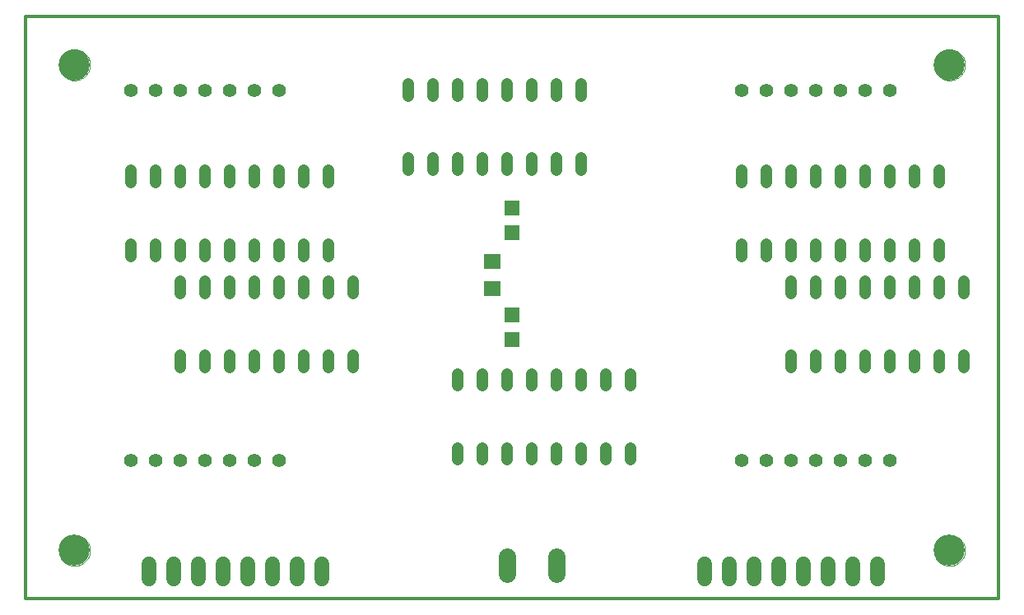
<source format=gbs>
G75*
%MOIN*%
%OFA0B0*%
%FSLAX24Y24*%
%IPPOS*%
%LPD*%
%AMOC8*
5,1,8,0,0,1.08239X$1,22.5*
%
%ADD10C,0.0120*%
%ADD11C,0.0480*%
%ADD12C,0.0551*%
%ADD13R,0.0591X0.0591*%
%ADD14R,0.0709X0.0630*%
%ADD15C,0.0600*%
%ADD16C,0.0705*%
%ADD17C,0.0000*%
%ADD18C,0.1260*%
D10*
X009609Y006799D02*
X009609Y030421D01*
X048979Y030421D01*
X048979Y006799D01*
X009609Y006799D01*
D11*
X015859Y016185D02*
X015859Y016665D01*
X016859Y016665D02*
X016859Y016185D01*
X017859Y016185D02*
X017859Y016665D01*
X018859Y016665D02*
X018859Y016185D01*
X019859Y016185D02*
X019859Y016665D01*
X020859Y016665D02*
X020859Y016185D01*
X021859Y016185D02*
X021859Y016665D01*
X022859Y016665D02*
X022859Y016185D01*
X027109Y015915D02*
X027109Y015435D01*
X028109Y015435D02*
X028109Y015915D01*
X029109Y015915D02*
X029109Y015435D01*
X030109Y015435D02*
X030109Y015915D01*
X031109Y015915D02*
X031109Y015435D01*
X032109Y015435D02*
X032109Y015915D01*
X033109Y015915D02*
X033109Y015435D01*
X034109Y015435D02*
X034109Y015915D01*
X034109Y012915D02*
X034109Y012435D01*
X033109Y012435D02*
X033109Y012915D01*
X032109Y012915D02*
X032109Y012435D01*
X031109Y012435D02*
X031109Y012915D01*
X030109Y012915D02*
X030109Y012435D01*
X029109Y012435D02*
X029109Y012915D01*
X028109Y012915D02*
X028109Y012435D01*
X027109Y012435D02*
X027109Y012915D01*
X022859Y019185D02*
X022859Y019665D01*
X021859Y019665D02*
X021859Y019185D01*
X020859Y019185D02*
X020859Y019665D01*
X019859Y019665D02*
X019859Y019185D01*
X018859Y019185D02*
X018859Y019665D01*
X017859Y019665D02*
X017859Y019185D01*
X016859Y019185D02*
X016859Y019665D01*
X015859Y019665D02*
X015859Y019185D01*
X015859Y020685D02*
X015859Y021165D01*
X016859Y021165D02*
X016859Y020685D01*
X017859Y020685D02*
X017859Y021165D01*
X018859Y021165D02*
X018859Y020685D01*
X019859Y020685D02*
X019859Y021165D01*
X020859Y021165D02*
X020859Y020685D01*
X021859Y020685D02*
X021859Y021165D01*
X021859Y023685D02*
X021859Y024165D01*
X020859Y024165D02*
X020859Y023685D01*
X019859Y023685D02*
X019859Y024165D01*
X018859Y024165D02*
X018859Y023685D01*
X017859Y023685D02*
X017859Y024165D01*
X016859Y024165D02*
X016859Y023685D01*
X015859Y023685D02*
X015859Y024165D01*
X014859Y024165D02*
X014859Y023685D01*
X013859Y023685D02*
X013859Y024165D01*
X013859Y021165D02*
X013859Y020685D01*
X014859Y020685D02*
X014859Y021165D01*
X025109Y024185D02*
X025109Y024665D01*
X026109Y024665D02*
X026109Y024185D01*
X027109Y024185D02*
X027109Y024665D01*
X028109Y024665D02*
X028109Y024185D01*
X029109Y024185D02*
X029109Y024665D01*
X030109Y024665D02*
X030109Y024185D01*
X031109Y024185D02*
X031109Y024665D01*
X032109Y024665D02*
X032109Y024185D01*
X032109Y027185D02*
X032109Y027665D01*
X031109Y027665D02*
X031109Y027185D01*
X030109Y027185D02*
X030109Y027665D01*
X029109Y027665D02*
X029109Y027185D01*
X028109Y027185D02*
X028109Y027665D01*
X027109Y027665D02*
X027109Y027185D01*
X026109Y027185D02*
X026109Y027665D01*
X025109Y027665D02*
X025109Y027185D01*
X038609Y024165D02*
X038609Y023685D01*
X039609Y023685D02*
X039609Y024165D01*
X040609Y024165D02*
X040609Y023685D01*
X041609Y023685D02*
X041609Y024165D01*
X042609Y024165D02*
X042609Y023685D01*
X043609Y023685D02*
X043609Y024165D01*
X044609Y024165D02*
X044609Y023685D01*
X045609Y023685D02*
X045609Y024165D01*
X046609Y024165D02*
X046609Y023685D01*
X046609Y021165D02*
X046609Y020685D01*
X045609Y020685D02*
X045609Y021165D01*
X044609Y021165D02*
X044609Y020685D01*
X043609Y020685D02*
X043609Y021165D01*
X042609Y021165D02*
X042609Y020685D01*
X041609Y020685D02*
X041609Y021165D01*
X040609Y021165D02*
X040609Y020685D01*
X039609Y020685D02*
X039609Y021165D01*
X038609Y021165D02*
X038609Y020685D01*
X040609Y019665D02*
X040609Y019185D01*
X041609Y019185D02*
X041609Y019665D01*
X042609Y019665D02*
X042609Y019185D01*
X043609Y019185D02*
X043609Y019665D01*
X044609Y019665D02*
X044609Y019185D01*
X045609Y019185D02*
X045609Y019665D01*
X046609Y019665D02*
X046609Y019185D01*
X047609Y019185D02*
X047609Y019665D01*
X047609Y016665D02*
X047609Y016185D01*
X046609Y016185D02*
X046609Y016665D01*
X045609Y016665D02*
X045609Y016185D01*
X044609Y016185D02*
X044609Y016665D01*
X043609Y016665D02*
X043609Y016185D01*
X042609Y016185D02*
X042609Y016665D01*
X041609Y016665D02*
X041609Y016185D01*
X040609Y016185D02*
X040609Y016665D01*
D12*
X040609Y012425D03*
X041609Y012425D03*
X042609Y012425D03*
X043609Y012425D03*
X044609Y012425D03*
X039609Y012425D03*
X038609Y012425D03*
X019859Y012425D03*
X018859Y012425D03*
X017859Y012425D03*
X016859Y012425D03*
X015859Y012425D03*
X014859Y012425D03*
X013859Y012425D03*
X013859Y027425D03*
X014859Y027425D03*
X015859Y027425D03*
X016859Y027425D03*
X017859Y027425D03*
X018859Y027425D03*
X019859Y027425D03*
X038609Y027425D03*
X039609Y027425D03*
X040609Y027425D03*
X041609Y027425D03*
X042609Y027425D03*
X043609Y027425D03*
X044609Y027425D03*
D13*
X029294Y022653D03*
X029294Y021653D03*
X029294Y018322D03*
X029294Y017322D03*
D14*
X028484Y019374D03*
X028484Y020476D03*
D15*
X021609Y008225D02*
X021609Y007625D01*
X020609Y007625D02*
X020609Y008225D01*
X019609Y008225D02*
X019609Y007625D01*
X018609Y007625D02*
X018609Y008225D01*
X017609Y008225D02*
X017609Y007625D01*
X016609Y007625D02*
X016609Y008225D01*
X015609Y008225D02*
X015609Y007625D01*
X014609Y007625D02*
X014609Y008225D01*
X037109Y008225D02*
X037109Y007625D01*
X038109Y007625D02*
X038109Y008225D01*
X039109Y008225D02*
X039109Y007625D01*
X040109Y007625D02*
X040109Y008225D01*
X041109Y008225D02*
X041109Y007625D01*
X042109Y007625D02*
X042109Y008225D01*
X043109Y008225D02*
X043109Y007625D01*
X044109Y007625D02*
X044109Y008225D01*
D16*
X031109Y008527D02*
X031109Y007822D01*
X029109Y007822D02*
X029109Y008527D01*
D17*
X010947Y008767D02*
X010949Y008817D01*
X010955Y008867D01*
X010965Y008916D01*
X010979Y008964D01*
X010996Y009011D01*
X011017Y009056D01*
X011042Y009100D01*
X011070Y009141D01*
X011102Y009180D01*
X011136Y009217D01*
X011173Y009251D01*
X011213Y009281D01*
X011255Y009308D01*
X011299Y009332D01*
X011345Y009353D01*
X011392Y009369D01*
X011440Y009382D01*
X011490Y009391D01*
X011539Y009396D01*
X011590Y009397D01*
X011640Y009394D01*
X011689Y009387D01*
X011738Y009376D01*
X011786Y009361D01*
X011832Y009343D01*
X011877Y009321D01*
X011920Y009295D01*
X011961Y009266D01*
X012000Y009234D01*
X012036Y009199D01*
X012068Y009161D01*
X012098Y009121D01*
X012125Y009078D01*
X012148Y009034D01*
X012167Y008988D01*
X012183Y008940D01*
X012195Y008891D01*
X012203Y008842D01*
X012207Y008792D01*
X012207Y008742D01*
X012203Y008692D01*
X012195Y008643D01*
X012183Y008594D01*
X012167Y008546D01*
X012148Y008500D01*
X012125Y008456D01*
X012098Y008413D01*
X012068Y008373D01*
X012036Y008335D01*
X012000Y008300D01*
X011961Y008268D01*
X011920Y008239D01*
X011877Y008213D01*
X011832Y008191D01*
X011786Y008173D01*
X011738Y008158D01*
X011689Y008147D01*
X011640Y008140D01*
X011590Y008137D01*
X011539Y008138D01*
X011490Y008143D01*
X011440Y008152D01*
X011392Y008165D01*
X011345Y008181D01*
X011299Y008202D01*
X011255Y008226D01*
X011213Y008253D01*
X011173Y008283D01*
X011136Y008317D01*
X011102Y008354D01*
X011070Y008393D01*
X011042Y008434D01*
X011017Y008478D01*
X010996Y008523D01*
X010979Y008570D01*
X010965Y008618D01*
X010955Y008667D01*
X010949Y008717D01*
X010947Y008767D01*
X010947Y028452D02*
X010949Y028502D01*
X010955Y028552D01*
X010965Y028601D01*
X010979Y028649D01*
X010996Y028696D01*
X011017Y028741D01*
X011042Y028785D01*
X011070Y028826D01*
X011102Y028865D01*
X011136Y028902D01*
X011173Y028936D01*
X011213Y028966D01*
X011255Y028993D01*
X011299Y029017D01*
X011345Y029038D01*
X011392Y029054D01*
X011440Y029067D01*
X011490Y029076D01*
X011539Y029081D01*
X011590Y029082D01*
X011640Y029079D01*
X011689Y029072D01*
X011738Y029061D01*
X011786Y029046D01*
X011832Y029028D01*
X011877Y029006D01*
X011920Y028980D01*
X011961Y028951D01*
X012000Y028919D01*
X012036Y028884D01*
X012068Y028846D01*
X012098Y028806D01*
X012125Y028763D01*
X012148Y028719D01*
X012167Y028673D01*
X012183Y028625D01*
X012195Y028576D01*
X012203Y028527D01*
X012207Y028477D01*
X012207Y028427D01*
X012203Y028377D01*
X012195Y028328D01*
X012183Y028279D01*
X012167Y028231D01*
X012148Y028185D01*
X012125Y028141D01*
X012098Y028098D01*
X012068Y028058D01*
X012036Y028020D01*
X012000Y027985D01*
X011961Y027953D01*
X011920Y027924D01*
X011877Y027898D01*
X011832Y027876D01*
X011786Y027858D01*
X011738Y027843D01*
X011689Y027832D01*
X011640Y027825D01*
X011590Y027822D01*
X011539Y027823D01*
X011490Y027828D01*
X011440Y027837D01*
X011392Y027850D01*
X011345Y027866D01*
X011299Y027887D01*
X011255Y027911D01*
X011213Y027938D01*
X011173Y027968D01*
X011136Y028002D01*
X011102Y028039D01*
X011070Y028078D01*
X011042Y028119D01*
X011017Y028163D01*
X010996Y028208D01*
X010979Y028255D01*
X010965Y028303D01*
X010955Y028352D01*
X010949Y028402D01*
X010947Y028452D01*
X046380Y028452D02*
X046382Y028502D01*
X046388Y028552D01*
X046398Y028601D01*
X046412Y028649D01*
X046429Y028696D01*
X046450Y028741D01*
X046475Y028785D01*
X046503Y028826D01*
X046535Y028865D01*
X046569Y028902D01*
X046606Y028936D01*
X046646Y028966D01*
X046688Y028993D01*
X046732Y029017D01*
X046778Y029038D01*
X046825Y029054D01*
X046873Y029067D01*
X046923Y029076D01*
X046972Y029081D01*
X047023Y029082D01*
X047073Y029079D01*
X047122Y029072D01*
X047171Y029061D01*
X047219Y029046D01*
X047265Y029028D01*
X047310Y029006D01*
X047353Y028980D01*
X047394Y028951D01*
X047433Y028919D01*
X047469Y028884D01*
X047501Y028846D01*
X047531Y028806D01*
X047558Y028763D01*
X047581Y028719D01*
X047600Y028673D01*
X047616Y028625D01*
X047628Y028576D01*
X047636Y028527D01*
X047640Y028477D01*
X047640Y028427D01*
X047636Y028377D01*
X047628Y028328D01*
X047616Y028279D01*
X047600Y028231D01*
X047581Y028185D01*
X047558Y028141D01*
X047531Y028098D01*
X047501Y028058D01*
X047469Y028020D01*
X047433Y027985D01*
X047394Y027953D01*
X047353Y027924D01*
X047310Y027898D01*
X047265Y027876D01*
X047219Y027858D01*
X047171Y027843D01*
X047122Y027832D01*
X047073Y027825D01*
X047023Y027822D01*
X046972Y027823D01*
X046923Y027828D01*
X046873Y027837D01*
X046825Y027850D01*
X046778Y027866D01*
X046732Y027887D01*
X046688Y027911D01*
X046646Y027938D01*
X046606Y027968D01*
X046569Y028002D01*
X046535Y028039D01*
X046503Y028078D01*
X046475Y028119D01*
X046450Y028163D01*
X046429Y028208D01*
X046412Y028255D01*
X046398Y028303D01*
X046388Y028352D01*
X046382Y028402D01*
X046380Y028452D01*
X046380Y008767D02*
X046382Y008817D01*
X046388Y008867D01*
X046398Y008916D01*
X046412Y008964D01*
X046429Y009011D01*
X046450Y009056D01*
X046475Y009100D01*
X046503Y009141D01*
X046535Y009180D01*
X046569Y009217D01*
X046606Y009251D01*
X046646Y009281D01*
X046688Y009308D01*
X046732Y009332D01*
X046778Y009353D01*
X046825Y009369D01*
X046873Y009382D01*
X046923Y009391D01*
X046972Y009396D01*
X047023Y009397D01*
X047073Y009394D01*
X047122Y009387D01*
X047171Y009376D01*
X047219Y009361D01*
X047265Y009343D01*
X047310Y009321D01*
X047353Y009295D01*
X047394Y009266D01*
X047433Y009234D01*
X047469Y009199D01*
X047501Y009161D01*
X047531Y009121D01*
X047558Y009078D01*
X047581Y009034D01*
X047600Y008988D01*
X047616Y008940D01*
X047628Y008891D01*
X047636Y008842D01*
X047640Y008792D01*
X047640Y008742D01*
X047636Y008692D01*
X047628Y008643D01*
X047616Y008594D01*
X047600Y008546D01*
X047581Y008500D01*
X047558Y008456D01*
X047531Y008413D01*
X047501Y008373D01*
X047469Y008335D01*
X047433Y008300D01*
X047394Y008268D01*
X047353Y008239D01*
X047310Y008213D01*
X047265Y008191D01*
X047219Y008173D01*
X047171Y008158D01*
X047122Y008147D01*
X047073Y008140D01*
X047023Y008137D01*
X046972Y008138D01*
X046923Y008143D01*
X046873Y008152D01*
X046825Y008165D01*
X046778Y008181D01*
X046732Y008202D01*
X046688Y008226D01*
X046646Y008253D01*
X046606Y008283D01*
X046569Y008317D01*
X046535Y008354D01*
X046503Y008393D01*
X046475Y008434D01*
X046450Y008478D01*
X046429Y008523D01*
X046412Y008570D01*
X046398Y008618D01*
X046388Y008667D01*
X046382Y008717D01*
X046380Y008767D01*
D18*
X047010Y008767D03*
X047010Y028452D03*
X011577Y028452D03*
X011577Y008767D03*
M02*

</source>
